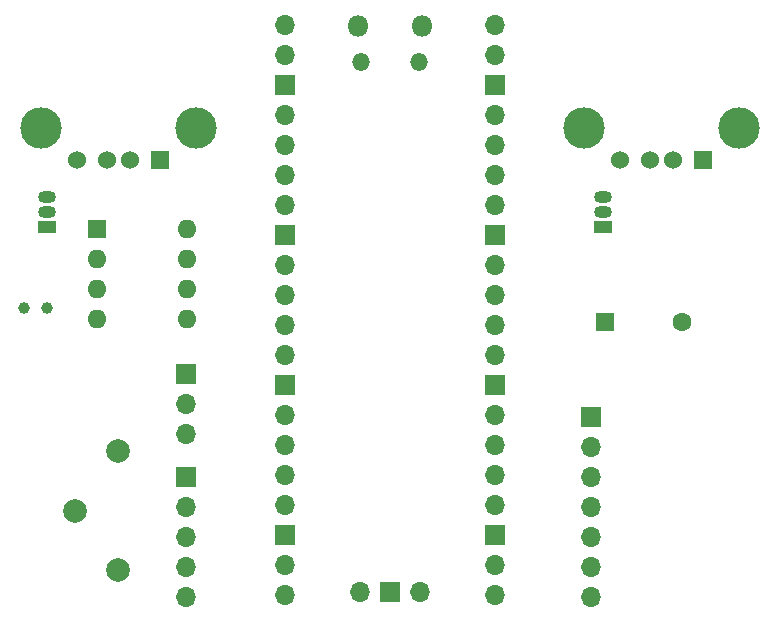
<source format=gbr>
G04 #@! TF.GenerationSoftware,KiCad,Pcbnew,7.0.7-2.fc38*
G04 #@! TF.CreationDate,2023-10-09T12:01:20+01:00*
G04 #@! TF.ProjectId,Main_PCB,4d61696e-5f50-4434-922e-6b696361645f,rev?*
G04 #@! TF.SameCoordinates,Original*
G04 #@! TF.FileFunction,Soldermask,Bot*
G04 #@! TF.FilePolarity,Negative*
%FSLAX46Y46*%
G04 Gerber Fmt 4.6, Leading zero omitted, Abs format (unit mm)*
G04 Created by KiCad (PCBNEW 7.0.7-2.fc38) date 2023-10-09 12:01:20*
%MOMM*%
%LPD*%
G01*
G04 APERTURE LIST*
%ADD10R,1.524000X1.524000*%
%ADD11C,1.524000*%
%ADD12C,3.500000*%
%ADD13C,1.000000*%
%ADD14R,1.600000X1.600000*%
%ADD15C,1.600000*%
%ADD16O,1.600000X1.600000*%
%ADD17R,1.700000X1.700000*%
%ADD18O,1.700000X1.700000*%
%ADD19O,1.500000X1.500000*%
%ADD20O,1.800000X1.800000*%
%ADD21C,2.000000*%
%ADD22R,1.500000X1.050000*%
%ADD23O,1.500000X1.050000*%
G04 APERTURE END LIST*
D10*
G04 #@! TO.C,J4*
X123500000Y-57362500D03*
D11*
X121000000Y-57362500D03*
X119000000Y-57362500D03*
X116500000Y-57362500D03*
D12*
X126570000Y-54652500D03*
X113430000Y-54652500D03*
G04 #@! TD*
D13*
G04 #@! TO.C,Y1*
X112050000Y-69817742D03*
X113950000Y-69817742D03*
G04 #@! TD*
D14*
G04 #@! TO.C,BZ1*
X161200000Y-71000000D03*
D15*
X167700000Y-71000000D03*
G04 #@! TD*
D14*
G04 #@! TO.C,U2*
X118200000Y-63200000D03*
D16*
X118200000Y-65740000D03*
X118200000Y-68280000D03*
X118200000Y-70820000D03*
X125820000Y-70820000D03*
X125820000Y-68280000D03*
X125820000Y-65740000D03*
X125820000Y-63200000D03*
G04 #@! TD*
D17*
G04 #@! TO.C,J3*
X125730000Y-84175000D03*
D18*
X125730000Y-86715000D03*
X125730000Y-89255000D03*
X125730000Y-91795000D03*
X125730000Y-94335000D03*
G04 #@! TD*
D19*
G04 #@! TO.C,U1*
X140575000Y-49030000D03*
D20*
X145725000Y-46000000D03*
X140275000Y-46000000D03*
D19*
X145425000Y-49030000D03*
D18*
X134110000Y-45870000D03*
X134110000Y-48410000D03*
D17*
X134110000Y-50950000D03*
D18*
X134110000Y-53490000D03*
X134110000Y-56030000D03*
X134110000Y-58570000D03*
X134110000Y-61110000D03*
D17*
X134110000Y-63650000D03*
D18*
X134110000Y-66190000D03*
X134110000Y-68730000D03*
X134110000Y-71270000D03*
X134110000Y-73810000D03*
D17*
X134110000Y-76350000D03*
D18*
X134110000Y-78890000D03*
X134110000Y-81430000D03*
X134110000Y-83970000D03*
X134110000Y-86510000D03*
D17*
X134110000Y-89050000D03*
D18*
X134110000Y-91590000D03*
X134110000Y-94130000D03*
X151890000Y-94130000D03*
X151890000Y-91590000D03*
D17*
X151890000Y-89050000D03*
D18*
X151890000Y-86510000D03*
X151890000Y-83970000D03*
X151890000Y-81430000D03*
X151890000Y-78890000D03*
D17*
X151890000Y-76350000D03*
D18*
X151890000Y-73810000D03*
X151890000Y-71270000D03*
X151890000Y-68730000D03*
X151890000Y-66190000D03*
D17*
X151890000Y-63650000D03*
D18*
X151890000Y-61110000D03*
X151890000Y-58570000D03*
X151890000Y-56030000D03*
X151890000Y-53490000D03*
D17*
X151890000Y-50950000D03*
D18*
X151890000Y-48410000D03*
X151890000Y-45870000D03*
X140460000Y-93900000D03*
D17*
X143000000Y-93900000D03*
D18*
X145540000Y-93900000D03*
G04 #@! TD*
D21*
G04 #@! TO.C,BT1*
X120000000Y-92000000D03*
X120000000Y-82000000D03*
X116300000Y-87000000D03*
G04 #@! TD*
D10*
G04 #@! TO.C,J5*
X169500000Y-57362500D03*
D11*
X167000000Y-57362500D03*
X165000000Y-57362500D03*
X162500000Y-57362500D03*
D12*
X159430000Y-54652500D03*
X172570000Y-54652500D03*
G04 #@! TD*
D22*
G04 #@! TO.C,Q1*
X114000000Y-63000000D03*
D23*
X114000000Y-61730000D03*
X114000000Y-60460000D03*
G04 #@! TD*
D17*
G04 #@! TO.C,J1*
X125730000Y-75475000D03*
D18*
X125730000Y-78015000D03*
X125730000Y-80555000D03*
G04 #@! TD*
D17*
G04 #@! TO.C,J2*
X160020000Y-79047500D03*
D18*
X160020000Y-81587500D03*
X160020000Y-84127500D03*
X160020000Y-86667500D03*
X160020000Y-89207500D03*
X160020000Y-91747500D03*
X160020000Y-94287500D03*
G04 #@! TD*
D22*
G04 #@! TO.C,Q2*
X161000000Y-63000000D03*
D23*
X161000000Y-61730000D03*
X161000000Y-60460000D03*
G04 #@! TD*
M02*

</source>
